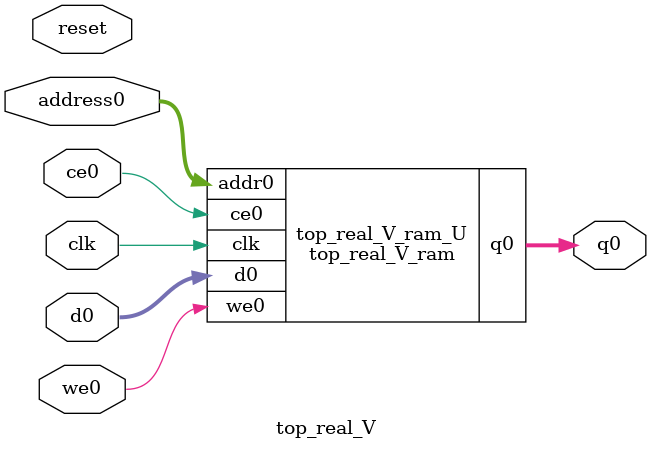
<source format=v>
`timescale 1 ns / 1 ps
module top_real_V_ram (addr0, ce0, d0, we0, q0,  clk);

parameter DWIDTH = 32;
parameter AWIDTH = 14;
parameter MEM_SIZE = 12520;

input[AWIDTH-1:0] addr0;
input ce0;
input[DWIDTH-1:0] d0;
input we0;
output reg[DWIDTH-1:0] q0;
input clk;

reg [DWIDTH-1:0] ram[0:MEM_SIZE-1];




always @(posedge clk)  
begin 
    if (ce0) begin
        if (we0) 
            ram[addr0] <= d0; 
        q0 <= ram[addr0];
    end
end


endmodule

`timescale 1 ns / 1 ps
module top_real_V(
    reset,
    clk,
    address0,
    ce0,
    we0,
    d0,
    q0);

parameter DataWidth = 32'd32;
parameter AddressRange = 32'd12520;
parameter AddressWidth = 32'd14;
input reset;
input clk;
input[AddressWidth - 1:0] address0;
input ce0;
input we0;
input[DataWidth - 1:0] d0;
output[DataWidth - 1:0] q0;



top_real_V_ram top_real_V_ram_U(
    .clk( clk ),
    .addr0( address0 ),
    .ce0( ce0 ),
    .we0( we0 ),
    .d0( d0 ),
    .q0( q0 ));

endmodule


</source>
